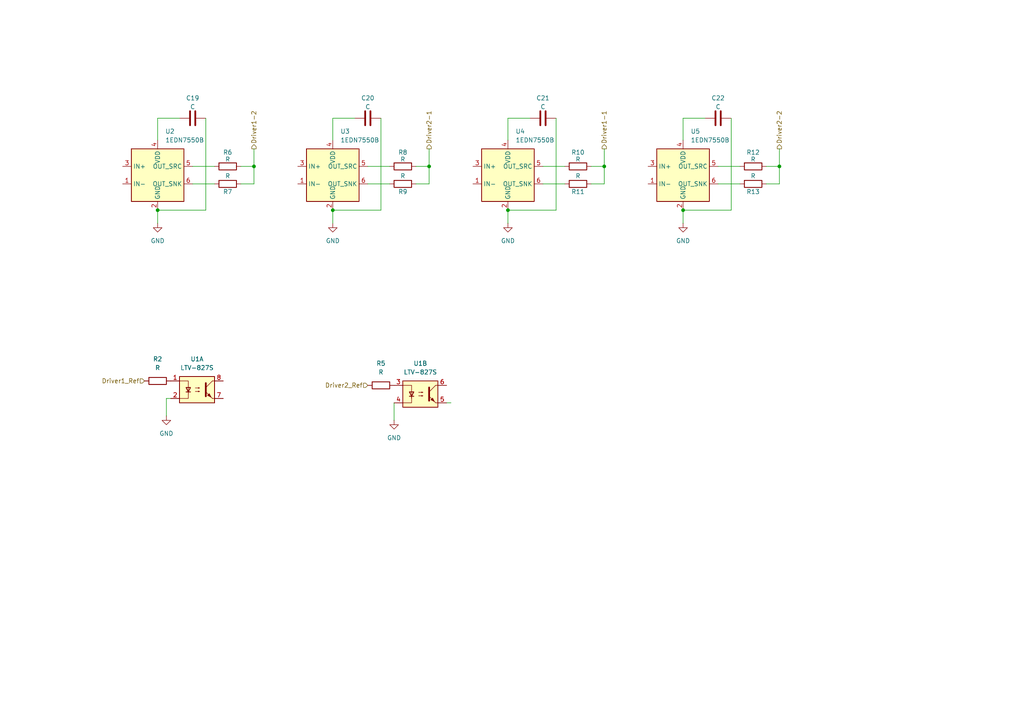
<source format=kicad_sch>
(kicad_sch
	(version 20231120)
	(generator "eeschema")
	(generator_version "8.0")
	(uuid "b338f1ac-387d-4395-9b95-2df78eae29b6")
	(paper "A4")
	(lib_symbols
		(symbol "Device:C"
			(pin_numbers hide)
			(pin_names
				(offset 0.254)
			)
			(exclude_from_sim no)
			(in_bom yes)
			(on_board yes)
			(property "Reference" "C"
				(at 0.635 2.54 0)
				(effects
					(font
						(size 1.27 1.27)
					)
					(justify left)
				)
			)
			(property "Value" "C"
				(at 0.635 -2.54 0)
				(effects
					(font
						(size 1.27 1.27)
					)
					(justify left)
				)
			)
			(property "Footprint" ""
				(at 0.9652 -3.81 0)
				(effects
					(font
						(size 1.27 1.27)
					)
					(hide yes)
				)
			)
			(property "Datasheet" "~"
				(at 0 0 0)
				(effects
					(font
						(size 1.27 1.27)
					)
					(hide yes)
				)
			)
			(property "Description" "Unpolarized capacitor"
				(at 0 0 0)
				(effects
					(font
						(size 1.27 1.27)
					)
					(hide yes)
				)
			)
			(property "ki_keywords" "cap capacitor"
				(at 0 0 0)
				(effects
					(font
						(size 1.27 1.27)
					)
					(hide yes)
				)
			)
			(property "ki_fp_filters" "C_*"
				(at 0 0 0)
				(effects
					(font
						(size 1.27 1.27)
					)
					(hide yes)
				)
			)
			(symbol "C_0_1"
				(polyline
					(pts
						(xy -2.032 -0.762) (xy 2.032 -0.762)
					)
					(stroke
						(width 0.508)
						(type default)
					)
					(fill
						(type none)
					)
				)
				(polyline
					(pts
						(xy -2.032 0.762) (xy 2.032 0.762)
					)
					(stroke
						(width 0.508)
						(type default)
					)
					(fill
						(type none)
					)
				)
			)
			(symbol "C_1_1"
				(pin passive line
					(at 0 3.81 270)
					(length 2.794)
					(name "~"
						(effects
							(font
								(size 1.27 1.27)
							)
						)
					)
					(number "1"
						(effects
							(font
								(size 1.27 1.27)
							)
						)
					)
				)
				(pin passive line
					(at 0 -3.81 90)
					(length 2.794)
					(name "~"
						(effects
							(font
								(size 1.27 1.27)
							)
						)
					)
					(number "2"
						(effects
							(font
								(size 1.27 1.27)
							)
						)
					)
				)
			)
		)
		(symbol "Device:R"
			(pin_numbers hide)
			(pin_names
				(offset 0)
			)
			(exclude_from_sim no)
			(in_bom yes)
			(on_board yes)
			(property "Reference" "R"
				(at 2.032 0 90)
				(effects
					(font
						(size 1.27 1.27)
					)
				)
			)
			(property "Value" "R"
				(at 0 0 90)
				(effects
					(font
						(size 1.27 1.27)
					)
				)
			)
			(property "Footprint" ""
				(at -1.778 0 90)
				(effects
					(font
						(size 1.27 1.27)
					)
					(hide yes)
				)
			)
			(property "Datasheet" "~"
				(at 0 0 0)
				(effects
					(font
						(size 1.27 1.27)
					)
					(hide yes)
				)
			)
			(property "Description" "Resistor"
				(at 0 0 0)
				(effects
					(font
						(size 1.27 1.27)
					)
					(hide yes)
				)
			)
			(property "ki_keywords" "R res resistor"
				(at 0 0 0)
				(effects
					(font
						(size 1.27 1.27)
					)
					(hide yes)
				)
			)
			(property "ki_fp_filters" "R_*"
				(at 0 0 0)
				(effects
					(font
						(size 1.27 1.27)
					)
					(hide yes)
				)
			)
			(symbol "R_0_1"
				(rectangle
					(start -1.016 -2.54)
					(end 1.016 2.54)
					(stroke
						(width 0.254)
						(type default)
					)
					(fill
						(type none)
					)
				)
			)
			(symbol "R_1_1"
				(pin passive line
					(at 0 3.81 270)
					(length 1.27)
					(name "~"
						(effects
							(font
								(size 1.27 1.27)
							)
						)
					)
					(number "1"
						(effects
							(font
								(size 1.27 1.27)
							)
						)
					)
				)
				(pin passive line
					(at 0 -3.81 90)
					(length 1.27)
					(name "~"
						(effects
							(font
								(size 1.27 1.27)
							)
						)
					)
					(number "2"
						(effects
							(font
								(size 1.27 1.27)
							)
						)
					)
				)
			)
		)
		(symbol "Driver_FET:1EDN7550B"
			(exclude_from_sim no)
			(in_bom yes)
			(on_board yes)
			(property "Reference" "U"
				(at -7.62 8.89 0)
				(effects
					(font
						(size 1.27 1.27)
					)
					(justify left)
				)
			)
			(property "Value" "1EDN7550B"
				(at 1.27 8.89 0)
				(effects
					(font
						(size 1.27 1.27)
					)
					(justify left)
				)
			)
			(property "Footprint" "Package_TO_SOT_SMD:SOT-23-6"
				(at 0 0 0)
				(effects
					(font
						(size 1.27 1.27)
					)
					(hide yes)
				)
			)
			(property "Datasheet" "https://www.infineon.com/dgdl/Infineon-1EDN7550B-DS-v02_00-EN.pdf?fileId=5546d46262b31d2e01635d9799ef264f"
				(at 0 -7.62 0)
				(effects
					(font
						(size 1.27 1.27)
					)
					(hide yes)
				)
			)
			(property "Description" "Single-Channel EiceDRIVER With True Differential Inputs, 4V UVLO, +4/-8A, SOT-23-6"
				(at 0 0 0)
				(effects
					(font
						(size 1.27 1.27)
					)
					(hide yes)
				)
			)
			(property "ki_keywords" "Driver, Dual MOSFET"
				(at 0 0 0)
				(effects
					(font
						(size 1.27 1.27)
					)
					(hide yes)
				)
			)
			(property "ki_fp_filters" "SOT?23*"
				(at 0 0 0)
				(effects
					(font
						(size 1.27 1.27)
					)
					(hide yes)
				)
			)
			(symbol "1EDN7550B_0_1"
				(rectangle
					(start -7.62 -7.62)
					(end 7.62 7.62)
					(stroke
						(width 0.254)
						(type default)
					)
					(fill
						(type background)
					)
				)
			)
			(symbol "1EDN7550B_1_1"
				(pin input line
					(at -10.16 -2.54 0)
					(length 2.54)
					(name "IN-"
						(effects
							(font
								(size 1.27 1.27)
							)
						)
					)
					(number "1"
						(effects
							(font
								(size 1.27 1.27)
							)
						)
					)
				)
				(pin power_in line
					(at 0 -10.16 90)
					(length 2.54)
					(name "GND"
						(effects
							(font
								(size 1.27 1.27)
							)
						)
					)
					(number "2"
						(effects
							(font
								(size 1.27 1.27)
							)
						)
					)
				)
				(pin input line
					(at -10.16 2.54 0)
					(length 2.54)
					(name "IN+"
						(effects
							(font
								(size 1.27 1.27)
							)
						)
					)
					(number "3"
						(effects
							(font
								(size 1.27 1.27)
							)
						)
					)
				)
				(pin power_in line
					(at 0 10.16 270)
					(length 2.54)
					(name "VDD"
						(effects
							(font
								(size 1.27 1.27)
							)
						)
					)
					(number "4"
						(effects
							(font
								(size 1.27 1.27)
							)
						)
					)
				)
				(pin output line
					(at 10.16 2.54 180)
					(length 2.54)
					(name "OUT_SRC"
						(effects
							(font
								(size 1.27 1.27)
							)
						)
					)
					(number "5"
						(effects
							(font
								(size 1.27 1.27)
							)
						)
					)
				)
				(pin output line
					(at 10.16 -2.54 180)
					(length 2.54)
					(name "OUT_SNK"
						(effects
							(font
								(size 1.27 1.27)
							)
						)
					)
					(number "6"
						(effects
							(font
								(size 1.27 1.27)
							)
						)
					)
				)
			)
		)
		(symbol "Isolator:LTV-827S"
			(pin_names
				(offset 1.016)
			)
			(exclude_from_sim no)
			(in_bom yes)
			(on_board yes)
			(property "Reference" "U"
				(at -3.81 5.08 0)
				(effects
					(font
						(size 1.27 1.27)
					)
				)
			)
			(property "Value" "LTV-827S"
				(at 0 -5.08 0)
				(effects
					(font
						(size 1.27 1.27)
					)
				)
			)
			(property "Footprint" "Package_DIP:SMDIP-8_W9.53mm"
				(at 0 -7.62 0)
				(effects
					(font
						(size 1.27 1.27)
					)
					(hide yes)
				)
			)
			(property "Datasheet" "http://www.us.liteon.com/downloads/LTV-817-827-847.PDF"
				(at -20.32 13.97 0)
				(effects
					(font
						(size 1.27 1.27)
					)
					(hide yes)
				)
			)
			(property "Description" "DC Optocoupler, Vce 35V, CTR 50%, SMDIP-8"
				(at 0 0 0)
				(effects
					(font
						(size 1.27 1.27)
					)
					(hide yes)
				)
			)
			(property "ki_keywords" "NPN DC Optocoupler"
				(at 0 0 0)
				(effects
					(font
						(size 1.27 1.27)
					)
					(hide yes)
				)
			)
			(property "ki_fp_filters" "SMDIP*W9.53mm*"
				(at 0 0 0)
				(effects
					(font
						(size 1.27 1.27)
					)
					(hide yes)
				)
			)
			(symbol "LTV-827S_0_1"
				(rectangle
					(start -5.08 3.81)
					(end 5.08 -3.81)
					(stroke
						(width 0.254)
						(type default)
					)
					(fill
						(type background)
					)
				)
				(polyline
					(pts
						(xy -3.175 -0.635) (xy -1.905 -0.635)
					)
					(stroke
						(width 0.254)
						(type default)
					)
					(fill
						(type none)
					)
				)
				(polyline
					(pts
						(xy 2.54 0.635) (xy 4.445 2.54)
					)
					(stroke
						(width 0)
						(type default)
					)
					(fill
						(type none)
					)
				)
				(polyline
					(pts
						(xy 4.445 -2.54) (xy 2.54 -0.635)
					)
					(stroke
						(width 0)
						(type default)
					)
					(fill
						(type outline)
					)
				)
				(polyline
					(pts
						(xy 4.445 -2.54) (xy 5.08 -2.54)
					)
					(stroke
						(width 0)
						(type default)
					)
					(fill
						(type none)
					)
				)
				(polyline
					(pts
						(xy 4.445 2.54) (xy 5.08 2.54)
					)
					(stroke
						(width 0)
						(type default)
					)
					(fill
						(type none)
					)
				)
				(polyline
					(pts
						(xy -2.54 -0.635) (xy -2.54 -2.54) (xy -5.08 -2.54)
					)
					(stroke
						(width 0)
						(type default)
					)
					(fill
						(type none)
					)
				)
				(polyline
					(pts
						(xy 2.54 1.905) (xy 2.54 -1.905) (xy 2.54 -1.905)
					)
					(stroke
						(width 0.508)
						(type default)
					)
					(fill
						(type none)
					)
				)
				(polyline
					(pts
						(xy -5.08 2.54) (xy -2.54 2.54) (xy -2.54 -1.27) (xy -2.54 0.635)
					)
					(stroke
						(width 0)
						(type default)
					)
					(fill
						(type none)
					)
				)
				(polyline
					(pts
						(xy -2.54 -0.635) (xy -3.175 0.635) (xy -1.905 0.635) (xy -2.54 -0.635)
					)
					(stroke
						(width 0.254)
						(type default)
					)
					(fill
						(type none)
					)
				)
				(polyline
					(pts
						(xy -0.508 -0.508) (xy 0.762 -0.508) (xy 0.381 -0.635) (xy 0.381 -0.381) (xy 0.762 -0.508)
					)
					(stroke
						(width 0)
						(type default)
					)
					(fill
						(type none)
					)
				)
				(polyline
					(pts
						(xy -0.508 0.508) (xy 0.762 0.508) (xy 0.381 0.381) (xy 0.381 0.635) (xy 0.762 0.508)
					)
					(stroke
						(width 0)
						(type default)
					)
					(fill
						(type none)
					)
				)
				(polyline
					(pts
						(xy 3.048 -1.651) (xy 3.556 -1.143) (xy 4.064 -2.159) (xy 3.048 -1.651) (xy 3.048 -1.651)
					)
					(stroke
						(width 0)
						(type default)
					)
					(fill
						(type outline)
					)
				)
			)
			(symbol "LTV-827S_1_1"
				(pin passive line
					(at -7.62 2.54 0)
					(length 2.54)
					(name "~"
						(effects
							(font
								(size 1.27 1.27)
							)
						)
					)
					(number "1"
						(effects
							(font
								(size 1.27 1.27)
							)
						)
					)
				)
				(pin passive line
					(at -7.62 -2.54 0)
					(length 2.54)
					(name "~"
						(effects
							(font
								(size 1.27 1.27)
							)
						)
					)
					(number "2"
						(effects
							(font
								(size 1.27 1.27)
							)
						)
					)
				)
				(pin passive line
					(at 7.62 -2.54 180)
					(length 2.54)
					(name "~"
						(effects
							(font
								(size 1.27 1.27)
							)
						)
					)
					(number "7"
						(effects
							(font
								(size 1.27 1.27)
							)
						)
					)
				)
				(pin passive line
					(at 7.62 2.54 180)
					(length 2.54)
					(name "~"
						(effects
							(font
								(size 1.27 1.27)
							)
						)
					)
					(number "8"
						(effects
							(font
								(size 1.27 1.27)
							)
						)
					)
				)
			)
			(symbol "LTV-827S_2_1"
				(pin passive line
					(at -7.62 2.54 0)
					(length 2.54)
					(name "~"
						(effects
							(font
								(size 1.27 1.27)
							)
						)
					)
					(number "3"
						(effects
							(font
								(size 1.27 1.27)
							)
						)
					)
				)
				(pin passive line
					(at -7.62 -2.54 0)
					(length 2.54)
					(name "~"
						(effects
							(font
								(size 1.27 1.27)
							)
						)
					)
					(number "4"
						(effects
							(font
								(size 1.27 1.27)
							)
						)
					)
				)
				(pin passive line
					(at 7.62 -2.54 180)
					(length 2.54)
					(name "~"
						(effects
							(font
								(size 1.27 1.27)
							)
						)
					)
					(number "5"
						(effects
							(font
								(size 1.27 1.27)
							)
						)
					)
				)
				(pin passive line
					(at 7.62 2.54 180)
					(length 2.54)
					(name "~"
						(effects
							(font
								(size 1.27 1.27)
							)
						)
					)
					(number "6"
						(effects
							(font
								(size 1.27 1.27)
							)
						)
					)
				)
			)
		)
		(symbol "power:GND"
			(power)
			(pin_numbers hide)
			(pin_names
				(offset 0) hide)
			(exclude_from_sim no)
			(in_bom yes)
			(on_board yes)
			(property "Reference" "#PWR"
				(at 0 -6.35 0)
				(effects
					(font
						(size 1.27 1.27)
					)
					(hide yes)
				)
			)
			(property "Value" "GND"
				(at 0 -3.81 0)
				(effects
					(font
						(size 1.27 1.27)
					)
				)
			)
			(property "Footprint" ""
				(at 0 0 0)
				(effects
					(font
						(size 1.27 1.27)
					)
					(hide yes)
				)
			)
			(property "Datasheet" ""
				(at 0 0 0)
				(effects
					(font
						(size 1.27 1.27)
					)
					(hide yes)
				)
			)
			(property "Description" "Power symbol creates a global label with name \"GND\" , ground"
				(at 0 0 0)
				(effects
					(font
						(size 1.27 1.27)
					)
					(hide yes)
				)
			)
			(property "ki_keywords" "global power"
				(at 0 0 0)
				(effects
					(font
						(size 1.27 1.27)
					)
					(hide yes)
				)
			)
			(symbol "GND_0_1"
				(polyline
					(pts
						(xy 0 0) (xy 0 -1.27) (xy 1.27 -1.27) (xy 0 -2.54) (xy -1.27 -1.27) (xy 0 -1.27)
					)
					(stroke
						(width 0)
						(type default)
					)
					(fill
						(type none)
					)
				)
			)
			(symbol "GND_1_1"
				(pin power_in line
					(at 0 0 270)
					(length 0)
					(name "~"
						(effects
							(font
								(size 1.27 1.27)
							)
						)
					)
					(number "1"
						(effects
							(font
								(size 1.27 1.27)
							)
						)
					)
				)
			)
		)
	)
	(junction
		(at 45.72 60.96)
		(diameter 0)
		(color 0 0 0 0)
		(uuid "3a136805-7b1d-4d46-9bb3-fcd8d46eabbf")
	)
	(junction
		(at 147.32 60.96)
		(diameter 0)
		(color 0 0 0 0)
		(uuid "62cc60b2-616d-47f6-a022-4776033e0eef")
	)
	(junction
		(at 226.06 48.26)
		(diameter 0)
		(color 0 0 0 0)
		(uuid "63958146-dd36-4c7e-b75f-00089d15f2cc")
	)
	(junction
		(at 198.12 60.96)
		(diameter 0)
		(color 0 0 0 0)
		(uuid "6a23536d-69d6-4631-8064-c8971d30baef")
	)
	(junction
		(at 124.46 48.26)
		(diameter 0)
		(color 0 0 0 0)
		(uuid "92dd1b8c-55fb-4ea7-9eb8-ff23795a77db")
	)
	(junction
		(at 96.52 60.96)
		(diameter 0)
		(color 0 0 0 0)
		(uuid "9347eff0-e31a-4ddf-9f5e-283dc38f17dd")
	)
	(junction
		(at 175.26 48.26)
		(diameter 0)
		(color 0 0 0 0)
		(uuid "cb9f1b77-1dce-427f-be56-bb4de3d061c0")
	)
	(junction
		(at 73.66 48.26)
		(diameter 0)
		(color 0 0 0 0)
		(uuid "f744c2da-4a1c-4111-8b14-646d6ffacc43")
	)
	(wire
		(pts
			(xy 161.29 34.29) (xy 161.29 60.96)
		)
		(stroke
			(width 0)
			(type default)
		)
		(uuid "0697261e-13a4-4500-876c-a7391a6db5cb")
	)
	(wire
		(pts
			(xy 73.66 43.18) (xy 73.66 48.26)
		)
		(stroke
			(width 0)
			(type default)
		)
		(uuid "1077548c-0249-4974-9d0a-48c7f23e4fbd")
	)
	(wire
		(pts
			(xy 45.72 34.29) (xy 52.07 34.29)
		)
		(stroke
			(width 0)
			(type default)
		)
		(uuid "147cba83-8d96-483b-ac29-33cfba3e76de")
	)
	(wire
		(pts
			(xy 106.68 53.34) (xy 113.03 53.34)
		)
		(stroke
			(width 0)
			(type default)
		)
		(uuid "1648971a-d746-4e38-875a-81a4e408790e")
	)
	(wire
		(pts
			(xy 147.32 60.96) (xy 161.29 60.96)
		)
		(stroke
			(width 0)
			(type default)
		)
		(uuid "18ebc2fa-c351-4a2b-b818-4a6056010a49")
	)
	(wire
		(pts
			(xy 222.25 53.34) (xy 226.06 53.34)
		)
		(stroke
			(width 0)
			(type default)
		)
		(uuid "28c1b00f-2c09-4760-a37e-cd2317435b7a")
	)
	(wire
		(pts
			(xy 48.26 115.57) (xy 49.53 115.57)
		)
		(stroke
			(width 0)
			(type default)
		)
		(uuid "2aedf79c-9356-4a77-a108-914cfd813636")
	)
	(wire
		(pts
			(xy 157.48 53.34) (xy 163.83 53.34)
		)
		(stroke
			(width 0)
			(type default)
		)
		(uuid "2eb553c4-907e-4358-97e8-527caab5fab0")
	)
	(wire
		(pts
			(xy 147.32 34.29) (xy 153.67 34.29)
		)
		(stroke
			(width 0)
			(type default)
		)
		(uuid "2efa5a9a-7964-4602-8ac5-4ebc94492fea")
	)
	(wire
		(pts
			(xy 212.09 34.29) (xy 212.09 60.96)
		)
		(stroke
			(width 0)
			(type default)
		)
		(uuid "321b27ae-6ec4-49bd-a12f-10a6148d1155")
	)
	(wire
		(pts
			(xy 96.52 60.96) (xy 96.52 64.77)
		)
		(stroke
			(width 0)
			(type default)
		)
		(uuid "397db19b-de6c-4fc8-bbd8-ee77b935cd31")
	)
	(wire
		(pts
			(xy 69.85 53.34) (xy 73.66 53.34)
		)
		(stroke
			(width 0)
			(type default)
		)
		(uuid "5283d20f-3ff1-469a-a49d-98255eba5c1f")
	)
	(wire
		(pts
			(xy 96.52 40.64) (xy 96.52 34.29)
		)
		(stroke
			(width 0)
			(type default)
		)
		(uuid "57ed9a70-8d50-4af5-a0b3-1bf806eded78")
	)
	(wire
		(pts
			(xy 226.06 53.34) (xy 226.06 48.26)
		)
		(stroke
			(width 0)
			(type default)
		)
		(uuid "59404318-fc5e-4caa-8802-971ba88cbabd")
	)
	(wire
		(pts
			(xy 208.28 53.34) (xy 214.63 53.34)
		)
		(stroke
			(width 0)
			(type default)
		)
		(uuid "6d2795e9-4d7d-411f-852c-e439fca6caa4")
	)
	(wire
		(pts
			(xy 157.48 48.26) (xy 163.83 48.26)
		)
		(stroke
			(width 0)
			(type default)
		)
		(uuid "6db0b731-50f5-42d2-a9ba-6db8c47f4e9a")
	)
	(wire
		(pts
			(xy 106.68 48.26) (xy 113.03 48.26)
		)
		(stroke
			(width 0)
			(type default)
		)
		(uuid "6ef307d4-866d-4762-9462-1bf01a285058")
	)
	(wire
		(pts
			(xy 147.32 40.64) (xy 147.32 34.29)
		)
		(stroke
			(width 0)
			(type default)
		)
		(uuid "759cad32-ec0c-4dde-88da-3d799d4004c1")
	)
	(wire
		(pts
			(xy 130.81 116.84) (xy 129.54 116.84)
		)
		(stroke
			(width 0)
			(type default)
		)
		(uuid "76d4f9be-8e26-416e-9fca-5a9e4446c319")
	)
	(wire
		(pts
			(xy 124.46 53.34) (xy 124.46 48.26)
		)
		(stroke
			(width 0)
			(type default)
		)
		(uuid "7d365491-0c38-404f-b671-590079c7a71a")
	)
	(wire
		(pts
			(xy 175.26 48.26) (xy 171.45 48.26)
		)
		(stroke
			(width 0)
			(type default)
		)
		(uuid "7eeda61b-430f-4ea4-b5a3-a2df07589cc2")
	)
	(wire
		(pts
			(xy 226.06 48.26) (xy 222.25 48.26)
		)
		(stroke
			(width 0)
			(type default)
		)
		(uuid "7f5e49e9-c3b5-425b-a8ae-e873dd8cbec7")
	)
	(wire
		(pts
			(xy 73.66 53.34) (xy 73.66 48.26)
		)
		(stroke
			(width 0)
			(type default)
		)
		(uuid "7fbb452e-35ca-490c-b7d0-e3a1df573f96")
	)
	(wire
		(pts
			(xy 175.26 53.34) (xy 175.26 48.26)
		)
		(stroke
			(width 0)
			(type default)
		)
		(uuid "8aed4d87-1f51-4fc5-b7b1-e165b721da7e")
	)
	(wire
		(pts
			(xy 45.72 40.64) (xy 45.72 34.29)
		)
		(stroke
			(width 0)
			(type default)
		)
		(uuid "8fe5a289-6b95-4ec9-bbfd-66e0dfb234cc")
	)
	(wire
		(pts
			(xy 96.52 34.29) (xy 102.87 34.29)
		)
		(stroke
			(width 0)
			(type default)
		)
		(uuid "9505e8eb-84db-4bdf-9890-a2d26cc32a5e")
	)
	(wire
		(pts
			(xy 198.12 40.64) (xy 198.12 34.29)
		)
		(stroke
			(width 0)
			(type default)
		)
		(uuid "9776ca51-69a0-4b3d-98eb-0f3fed938d01")
	)
	(wire
		(pts
			(xy 96.52 60.96) (xy 110.49 60.96)
		)
		(stroke
			(width 0)
			(type default)
		)
		(uuid "9c9f0947-412c-4f5b-957e-362c27ff4ea9")
	)
	(wire
		(pts
			(xy 124.46 48.26) (xy 120.65 48.26)
		)
		(stroke
			(width 0)
			(type default)
		)
		(uuid "a407a3a2-b8e6-4c10-9368-ed8940d49a31")
	)
	(wire
		(pts
			(xy 114.3 116.84) (xy 114.3 121.92)
		)
		(stroke
			(width 0)
			(type default)
		)
		(uuid "a7fa788c-c2f2-4863-b4b2-d869eb16702c")
	)
	(wire
		(pts
			(xy 171.45 53.34) (xy 175.26 53.34)
		)
		(stroke
			(width 0)
			(type default)
		)
		(uuid "aefe09da-5dec-41d8-ba14-a07d20dd6f50")
	)
	(wire
		(pts
			(xy 198.12 60.96) (xy 198.12 64.77)
		)
		(stroke
			(width 0)
			(type default)
		)
		(uuid "b4b75f6c-2aa7-4740-87ad-5a6114860f83")
	)
	(wire
		(pts
			(xy 175.26 43.18) (xy 175.26 48.26)
		)
		(stroke
			(width 0)
			(type default)
		)
		(uuid "b981fc77-3acb-4af3-8191-748e65baaacd")
	)
	(wire
		(pts
			(xy 147.32 60.96) (xy 147.32 64.77)
		)
		(stroke
			(width 0)
			(type default)
		)
		(uuid "b9a55c51-a368-45cc-a062-8a97339deebe")
	)
	(wire
		(pts
			(xy 226.06 43.18) (xy 226.06 48.26)
		)
		(stroke
			(width 0)
			(type default)
		)
		(uuid "bb14e20e-ec64-4410-947b-2a2604027318")
	)
	(wire
		(pts
			(xy 120.65 53.34) (xy 124.46 53.34)
		)
		(stroke
			(width 0)
			(type default)
		)
		(uuid "bf0e08c9-fc35-48ee-8be7-21eb8570c200")
	)
	(wire
		(pts
			(xy 55.88 48.26) (xy 62.23 48.26)
		)
		(stroke
			(width 0)
			(type default)
		)
		(uuid "c00dbe5f-53b4-4250-8b88-4a9901f401a8")
	)
	(wire
		(pts
			(xy 55.88 53.34) (xy 62.23 53.34)
		)
		(stroke
			(width 0)
			(type default)
		)
		(uuid "c3292911-0835-4f6e-9d60-84e768172417")
	)
	(wire
		(pts
			(xy 48.26 120.65) (xy 48.26 115.57)
		)
		(stroke
			(width 0)
			(type default)
		)
		(uuid "c56cdbf2-24b7-4dcc-a5de-3f1e5316d377")
	)
	(wire
		(pts
			(xy 110.49 34.29) (xy 110.49 60.96)
		)
		(stroke
			(width 0)
			(type default)
		)
		(uuid "d0e67b79-254d-456a-a84f-68e08ec292b5")
	)
	(wire
		(pts
			(xy 198.12 60.96) (xy 212.09 60.96)
		)
		(stroke
			(width 0)
			(type default)
		)
		(uuid "dd481746-dde0-4199-9569-72b0d863eb5f")
	)
	(wire
		(pts
			(xy 45.72 60.96) (xy 59.69 60.96)
		)
		(stroke
			(width 0)
			(type default)
		)
		(uuid "ddcebb1f-34f7-4568-826e-4c3206886904")
	)
	(wire
		(pts
			(xy 73.66 48.26) (xy 69.85 48.26)
		)
		(stroke
			(width 0)
			(type default)
		)
		(uuid "df4c2500-6723-4e0f-981c-51fb4939fb0e")
	)
	(wire
		(pts
			(xy 45.72 60.96) (xy 45.72 64.77)
		)
		(stroke
			(width 0)
			(type default)
		)
		(uuid "e5bb265b-5a3b-4dfa-bfb4-43e2ab19347f")
	)
	(wire
		(pts
			(xy 59.69 34.29) (xy 59.69 60.96)
		)
		(stroke
			(width 0)
			(type default)
		)
		(uuid "e984671b-3aa2-4a59-bb09-58ba13eeb64c")
	)
	(wire
		(pts
			(xy 124.46 43.18) (xy 124.46 48.26)
		)
		(stroke
			(width 0)
			(type default)
		)
		(uuid "ed26b7d3-b161-46e7-9c42-351dcf79a891")
	)
	(wire
		(pts
			(xy 198.12 34.29) (xy 204.47 34.29)
		)
		(stroke
			(width 0)
			(type default)
		)
		(uuid "fb63b580-d81b-43ed-8496-db229ab8b030")
	)
	(wire
		(pts
			(xy 208.28 48.26) (xy 214.63 48.26)
		)
		(stroke
			(width 0)
			(type default)
		)
		(uuid "fddd2c72-662d-4eaf-967c-bc542835a814")
	)
	(hierarchical_label "Driver1-1"
		(shape output)
		(at 175.26 43.18 90)
		(fields_autoplaced yes)
		(effects
			(font
				(size 1.27 1.27)
			)
			(justify left)
		)
		(uuid "0e26ca73-7698-4991-89dc-43215b86a3f9")
	)
	(hierarchical_label "Driver2-2"
		(shape output)
		(at 226.06 43.18 90)
		(fields_autoplaced yes)
		(effects
			(font
				(size 1.27 1.27)
			)
			(justify left)
		)
		(uuid "6da7094b-357c-4d7d-8107-81142c094f68")
	)
	(hierarchical_label "Driver1_Ref"
		(shape input)
		(at 41.91 110.49 180)
		(fields_autoplaced yes)
		(effects
			(font
				(size 1.27 1.27)
			)
			(justify right)
		)
		(uuid "85a84e80-01f7-4052-8202-59f798a15a92")
	)
	(hierarchical_label "Driver2-1"
		(shape output)
		(at 124.46 43.18 90)
		(fields_autoplaced yes)
		(effects
			(font
				(size 1.27 1.27)
			)
			(justify left)
		)
		(uuid "9fcb6191-3fb4-4934-8fbd-abe78fd4b327")
	)
	(hierarchical_label "Driver2_Ref"
		(shape input)
		(at 106.68 111.76 180)
		(fields_autoplaced yes)
		(effects
			(font
				(size 1.27 1.27)
			)
			(justify right)
		)
		(uuid "a77c1ba4-e626-410f-b99d-87ea8f2bf7e3")
	)
	(hierarchical_label "Driver1-2"
		(shape output)
		(at 73.66 43.18 90)
		(fields_autoplaced yes)
		(effects
			(font
				(size 1.27 1.27)
			)
			(justify left)
		)
		(uuid "dee500a8-28be-450d-aa00-46b9a6d48a34")
	)
	(symbol
		(lib_id "Device:C")
		(at 106.68 34.29 90)
		(unit 1)
		(exclude_from_sim no)
		(in_bom yes)
		(on_board yes)
		(dnp no)
		(uuid "0794f12b-376b-4822-ab05-07d8d05486b7")
		(property "Reference" "C20"
			(at 106.68 28.448 90)
			(effects
				(font
					(size 1.27 1.27)
				)
			)
		)
		(property "Value" "C"
			(at 106.68 30.988 90)
			(effects
				(font
					(size 1.27 1.27)
				)
			)
		)
		(property "Footprint" "Capacitor_SMD:C_0201_0603Metric"
			(at 110.49 33.3248 0)
			(effects
				(font
					(size 1.27 1.27)
				)
				(hide yes)
			)
		)
		(property "Datasheet" "~"
			(at 106.68 34.29 0)
			(effects
				(font
					(size 1.27 1.27)
				)
				(hide yes)
			)
		)
		(property "Description" "Unpolarized capacitor"
			(at 106.68 34.29 0)
			(effects
				(font
					(size 1.27 1.27)
				)
				(hide yes)
			)
		)
		(pin "2"
			(uuid "2a769c51-01a6-4ec6-88a9-6abac08c6f7b")
		)
		(pin "1"
			(uuid "d5206cd7-1a5a-47aa-811d-b6163d7b9685")
		)
		(instances
			(project "AutoAnnealer"
				(path "/2e5eefbb-8035-4d3b-93bb-12eb9b3ca2e0/f6ef3cf3-5295-4c53-8ce4-d1a90f3cbd88"
					(reference "C20")
					(unit 1)
				)
			)
		)
	)
	(symbol
		(lib_id "Device:R")
		(at 66.04 53.34 90)
		(unit 1)
		(exclude_from_sim no)
		(in_bom yes)
		(on_board yes)
		(dnp no)
		(uuid "1d62d3b3-300a-4032-a837-58ec47d642f3")
		(property "Reference" "R7"
			(at 66.04 55.626 90)
			(effects
				(font
					(size 1.27 1.27)
				)
			)
		)
		(property "Value" "R"
			(at 66.04 51.054 90)
			(effects
				(font
					(size 1.27 1.27)
				)
			)
		)
		(property "Footprint" "Resistor_SMD:R_0201_0603Metric"
			(at 66.04 55.118 90)
			(effects
				(font
					(size 1.27 1.27)
				)
				(hide yes)
			)
		)
		(property "Datasheet" "~"
			(at 66.04 53.34 0)
			(effects
				(font
					(size 1.27 1.27)
				)
				(hide yes)
			)
		)
		(property "Description" "Resistor"
			(at 66.04 53.34 0)
			(effects
				(font
					(size 1.27 1.27)
				)
				(hide yes)
			)
		)
		(pin "2"
			(uuid "5b097101-6678-45e3-9f6b-1ea49dc9fe5e")
		)
		(pin "1"
			(uuid "0ed72723-797b-41c6-a545-984cc584991d")
		)
		(instances
			(project "AutoAnnealer"
				(path "/2e5eefbb-8035-4d3b-93bb-12eb9b3ca2e0/f6ef3cf3-5295-4c53-8ce4-d1a90f3cbd88"
					(reference "R7")
					(unit 1)
				)
			)
		)
	)
	(symbol
		(lib_id "power:GND")
		(at 45.72 64.77 0)
		(unit 1)
		(exclude_from_sim no)
		(in_bom yes)
		(on_board yes)
		(dnp no)
		(fields_autoplaced yes)
		(uuid "1fbf3482-0f94-4ea9-81b8-dba1e00cf910")
		(property "Reference" "#PWR06"
			(at 45.72 71.12 0)
			(effects
				(font
					(size 1.27 1.27)
				)
				(hide yes)
			)
		)
		(property "Value" "GND"
			(at 45.72 69.85 0)
			(effects
				(font
					(size 1.27 1.27)
				)
			)
		)
		(property "Footprint" ""
			(at 45.72 64.77 0)
			(effects
				(font
					(size 1.27 1.27)
				)
				(hide yes)
			)
		)
		(property "Datasheet" ""
			(at 45.72 64.77 0)
			(effects
				(font
					(size 1.27 1.27)
				)
				(hide yes)
			)
		)
		(property "Description" "Power symbol creates a global label with name \"GND\" , ground"
			(at 45.72 64.77 0)
			(effects
				(font
					(size 1.27 1.27)
				)
				(hide yes)
			)
		)
		(pin "1"
			(uuid "e3f14679-e574-42cd-a4f7-f6ebe259ad89")
		)
		(instances
			(project "AutoAnnealer"
				(path "/2e5eefbb-8035-4d3b-93bb-12eb9b3ca2e0/f6ef3cf3-5295-4c53-8ce4-d1a90f3cbd88"
					(reference "#PWR06")
					(unit 1)
				)
			)
		)
	)
	(symbol
		(lib_id "Device:R")
		(at 218.44 53.34 90)
		(unit 1)
		(exclude_from_sim no)
		(in_bom yes)
		(on_board yes)
		(dnp no)
		(uuid "229f0944-d30e-4b4c-8d7b-f4de854ed428")
		(property "Reference" "R13"
			(at 218.44 55.626 90)
			(effects
				(font
					(size 1.27 1.27)
				)
			)
		)
		(property "Value" "R"
			(at 218.44 51.054 90)
			(effects
				(font
					(size 1.27 1.27)
				)
			)
		)
		(property "Footprint" "Resistor_SMD:R_0201_0603Metric"
			(at 218.44 55.118 90)
			(effects
				(font
					(size 1.27 1.27)
				)
				(hide yes)
			)
		)
		(property "Datasheet" "~"
			(at 218.44 53.34 0)
			(effects
				(font
					(size 1.27 1.27)
				)
				(hide yes)
			)
		)
		(property "Description" "Resistor"
			(at 218.44 53.34 0)
			(effects
				(font
					(size 1.27 1.27)
				)
				(hide yes)
			)
		)
		(pin "2"
			(uuid "4d87602c-10c4-4ee3-8e65-0a39eeee3805")
		)
		(pin "1"
			(uuid "56fdf681-ecda-4593-a2dd-039f393a1dc3")
		)
		(instances
			(project "AutoAnnealer"
				(path "/2e5eefbb-8035-4d3b-93bb-12eb9b3ca2e0/f6ef3cf3-5295-4c53-8ce4-d1a90f3cbd88"
					(reference "R13")
					(unit 1)
				)
			)
		)
	)
	(symbol
		(lib_id "Isolator:LTV-827S")
		(at 57.15 113.03 0)
		(unit 1)
		(exclude_from_sim no)
		(in_bom yes)
		(on_board yes)
		(dnp no)
		(fields_autoplaced yes)
		(uuid "2579b155-79b4-4538-b951-5fd95d1f2749")
		(property "Reference" "U1"
			(at 57.15 104.14 0)
			(effects
				(font
					(size 1.27 1.27)
				)
			)
		)
		(property "Value" "LTV-827S"
			(at 57.15 106.68 0)
			(effects
				(font
					(size 1.27 1.27)
				)
			)
		)
		(property "Footprint" "Package_DIP:SMDIP-8_W9.53mm"
			(at 57.15 120.65 0)
			(effects
				(font
					(size 1.27 1.27)
				)
				(hide yes)
			)
		)
		(property "Datasheet" "http://www.us.liteon.com/downloads/LTV-817-827-847.PDF"
			(at 36.83 99.06 0)
			(effects
				(font
					(size 1.27 1.27)
				)
				(hide yes)
			)
		)
		(property "Description" "DC Optocoupler, Vce 35V, CTR 50%, SMDIP-8"
			(at 57.15 113.03 0)
			(effects
				(font
					(size 1.27 1.27)
				)
				(hide yes)
			)
		)
		(pin "7"
			(uuid "a438b4d0-d2aa-4cb8-95c2-ea46b55beb46")
		)
		(pin "4"
			(uuid "e0896591-4ecb-4da9-ad81-b220204f4dd3")
		)
		(pin "6"
			(uuid "b86e7973-bb35-49d3-b082-f4608793d174")
		)
		(pin "3"
			(uuid "800fdbd3-0e8b-4b4c-8144-75944902ae51")
		)
		(pin "2"
			(uuid "7634fa1c-7f61-4764-8677-0c8eb822879f")
		)
		(pin "8"
			(uuid "4cae27fc-42f7-40d0-be3a-eaabc11615fd")
		)
		(pin "5"
			(uuid "a49b3a78-15bd-4ac1-88a1-71ee8ef56729")
		)
		(pin "1"
			(uuid "fe08fa3f-dd87-4c6a-b43b-d73fef93cca2")
		)
		(instances
			(project ""
				(path "/2e5eefbb-8035-4d3b-93bb-12eb9b3ca2e0/f6ef3cf3-5295-4c53-8ce4-d1a90f3cbd88"
					(reference "U1")
					(unit 1)
				)
			)
		)
	)
	(symbol
		(lib_id "Device:R")
		(at 167.64 48.26 90)
		(unit 1)
		(exclude_from_sim no)
		(in_bom yes)
		(on_board yes)
		(dnp no)
		(uuid "30a4a1d9-c2dc-4f9f-999e-7339f30ea4bd")
		(property "Reference" "R10"
			(at 167.64 44.196 90)
			(effects
				(font
					(size 1.27 1.27)
				)
			)
		)
		(property "Value" "R"
			(at 167.64 46.228 90)
			(effects
				(font
					(size 1.27 1.27)
				)
			)
		)
		(property "Footprint" "Resistor_SMD:R_0201_0603Metric"
			(at 167.64 50.038 90)
			(effects
				(font
					(size 1.27 1.27)
				)
				(hide yes)
			)
		)
		(property "Datasheet" "~"
			(at 167.64 48.26 0)
			(effects
				(font
					(size 1.27 1.27)
				)
				(hide yes)
			)
		)
		(property "Description" "Resistor"
			(at 167.64 48.26 0)
			(effects
				(font
					(size 1.27 1.27)
				)
				(hide yes)
			)
		)
		(pin "2"
			(uuid "17235f79-5c0d-4bf7-ae42-6b13158b8129")
		)
		(pin "1"
			(uuid "3e690d7b-b337-4af4-af42-8fd6cd4a7a43")
		)
		(instances
			(project "AutoAnnealer"
				(path "/2e5eefbb-8035-4d3b-93bb-12eb9b3ca2e0/f6ef3cf3-5295-4c53-8ce4-d1a90f3cbd88"
					(reference "R10")
					(unit 1)
				)
			)
		)
	)
	(symbol
		(lib_id "Driver_FET:1EDN7550B")
		(at 96.52 50.8 0)
		(unit 1)
		(exclude_from_sim no)
		(in_bom yes)
		(on_board yes)
		(dnp no)
		(fields_autoplaced yes)
		(uuid "30d4c19d-161b-453b-baaf-8ed3f1b52eb2")
		(property "Reference" "U3"
			(at 98.7141 38.1 0)
			(effects
				(font
					(size 1.27 1.27)
				)
				(justify left)
			)
		)
		(property "Value" "1EDN7550B"
			(at 98.7141 40.64 0)
			(effects
				(font
					(size 1.27 1.27)
				)
				(justify left)
			)
		)
		(property "Footprint" "Package_TO_SOT_SMD:SOT-23-6"
			(at 96.52 50.8 0)
			(effects
				(font
					(size 1.27 1.27)
				)
				(hide yes)
			)
		)
		(property "Datasheet" "https://www.infineon.com/dgdl/Infineon-1EDN7550B-DS-v02_00-EN.pdf?fileId=5546d46262b31d2e01635d9799ef264f"
			(at 96.52 58.42 0)
			(effects
				(font
					(size 1.27 1.27)
				)
				(hide yes)
			)
		)
		(property "Description" "Single-Channel EiceDRIVER With True Differential Inputs, 4V UVLO, +4/-8A, SOT-23-6"
			(at 96.52 50.8 0)
			(effects
				(font
					(size 1.27 1.27)
				)
				(hide yes)
			)
		)
		(pin "6"
			(uuid "87e34646-d6a7-4798-974a-23851544fabb")
		)
		(pin "5"
			(uuid "1b0ac0aa-736e-4642-9c7c-26d6b40978d2")
		)
		(pin "2"
			(uuid "6fff1533-670a-463e-a176-1fb0e5791eda")
		)
		(pin "1"
			(uuid "dadb2ff6-454c-44b2-9177-4fd2234be268")
		)
		(pin "3"
			(uuid "e45c4404-8476-45d5-baa7-4bbd3bd320e7")
		)
		(pin "4"
			(uuid "46d9e7d1-aeb6-432e-9d16-cdb039f4a3e3")
		)
		(instances
			(project "AutoAnnealer"
				(path "/2e5eefbb-8035-4d3b-93bb-12eb9b3ca2e0/f6ef3cf3-5295-4c53-8ce4-d1a90f3cbd88"
					(reference "U3")
					(unit 1)
				)
			)
		)
	)
	(symbol
		(lib_id "Device:C")
		(at 157.48 34.29 90)
		(unit 1)
		(exclude_from_sim no)
		(in_bom yes)
		(on_board yes)
		(dnp no)
		(uuid "354b61f5-7a18-459a-9e42-332371f1a8a7")
		(property "Reference" "C21"
			(at 157.48 28.448 90)
			(effects
				(font
					(size 1.27 1.27)
				)
			)
		)
		(property "Value" "C"
			(at 157.48 30.988 90)
			(effects
				(font
					(size 1.27 1.27)
				)
			)
		)
		(property "Footprint" "Capacitor_SMD:C_0201_0603Metric"
			(at 161.29 33.3248 0)
			(effects
				(font
					(size 1.27 1.27)
				)
				(hide yes)
			)
		)
		(property "Datasheet" "~"
			(at 157.48 34.29 0)
			(effects
				(font
					(size 1.27 1.27)
				)
				(hide yes)
			)
		)
		(property "Description" "Unpolarized capacitor"
			(at 157.48 34.29 0)
			(effects
				(font
					(size 1.27 1.27)
				)
				(hide yes)
			)
		)
		(pin "2"
			(uuid "b4cbbb8f-fece-4d8a-99e5-da95cfa091dc")
		)
		(pin "1"
			(uuid "f63183ba-a485-4b01-8ea5-74c32fe4f923")
		)
		(instances
			(project "AutoAnnealer"
				(path "/2e5eefbb-8035-4d3b-93bb-12eb9b3ca2e0/f6ef3cf3-5295-4c53-8ce4-d1a90f3cbd88"
					(reference "C21")
					(unit 1)
				)
			)
		)
	)
	(symbol
		(lib_id "power:GND")
		(at 147.32 64.77 0)
		(unit 1)
		(exclude_from_sim no)
		(in_bom yes)
		(on_board yes)
		(dnp no)
		(fields_autoplaced yes)
		(uuid "429266ec-b8e2-44b7-8f28-94ab911e0143")
		(property "Reference" "#PWR09"
			(at 147.32 71.12 0)
			(effects
				(font
					(size 1.27 1.27)
				)
				(hide yes)
			)
		)
		(property "Value" "GND"
			(at 147.32 69.85 0)
			(effects
				(font
					(size 1.27 1.27)
				)
			)
		)
		(property "Footprint" ""
			(at 147.32 64.77 0)
			(effects
				(font
					(size 1.27 1.27)
				)
				(hide yes)
			)
		)
		(property "Datasheet" ""
			(at 147.32 64.77 0)
			(effects
				(font
					(size 1.27 1.27)
				)
				(hide yes)
			)
		)
		(property "Description" "Power symbol creates a global label with name \"GND\" , ground"
			(at 147.32 64.77 0)
			(effects
				(font
					(size 1.27 1.27)
				)
				(hide yes)
			)
		)
		(pin "1"
			(uuid "40a9b011-1e44-40cc-91c0-74bb8c75d4b3")
		)
		(instances
			(project "AutoAnnealer"
				(path "/2e5eefbb-8035-4d3b-93bb-12eb9b3ca2e0/f6ef3cf3-5295-4c53-8ce4-d1a90f3cbd88"
					(reference "#PWR09")
					(unit 1)
				)
			)
		)
	)
	(symbol
		(lib_id "Device:R")
		(at 116.84 48.26 90)
		(unit 1)
		(exclude_from_sim no)
		(in_bom yes)
		(on_board yes)
		(dnp no)
		(uuid "44df39bd-80da-4b8d-9694-0aaae8680c2b")
		(property "Reference" "R8"
			(at 116.84 44.196 90)
			(effects
				(font
					(size 1.27 1.27)
				)
			)
		)
		(property "Value" "R"
			(at 116.84 46.228 90)
			(effects
				(font
					(size 1.27 1.27)
				)
			)
		)
		(property "Footprint" "Resistor_SMD:R_0201_0603Metric"
			(at 116.84 50.038 90)
			(effects
				(font
					(size 1.27 1.27)
				)
				(hide yes)
			)
		)
		(property "Datasheet" "~"
			(at 116.84 48.26 0)
			(effects
				(font
					(size 1.27 1.27)
				)
				(hide yes)
			)
		)
		(property "Description" "Resistor"
			(at 116.84 48.26 0)
			(effects
				(font
					(size 1.27 1.27)
				)
				(hide yes)
			)
		)
		(pin "2"
			(uuid "c73ecb26-8500-44aa-89b2-9560d3607424")
		)
		(pin "1"
			(uuid "d7b5ce55-69fc-410f-8124-80759dcc6da6")
		)
		(instances
			(project "AutoAnnealer"
				(path "/2e5eefbb-8035-4d3b-93bb-12eb9b3ca2e0/f6ef3cf3-5295-4c53-8ce4-d1a90f3cbd88"
					(reference "R8")
					(unit 1)
				)
			)
		)
	)
	(symbol
		(lib_id "Device:R")
		(at 66.04 48.26 90)
		(unit 1)
		(exclude_from_sim no)
		(in_bom yes)
		(on_board yes)
		(dnp no)
		(uuid "4b581c31-ac14-4fc8-ae80-4eb4ef6e9d0b")
		(property "Reference" "R6"
			(at 66.04 44.196 90)
			(effects
				(font
					(size 1.27 1.27)
				)
			)
		)
		(property "Value" "R"
			(at 66.04 46.228 90)
			(effects
				(font
					(size 1.27 1.27)
				)
			)
		)
		(property "Footprint" "Resistor_SMD:R_0201_0603Metric"
			(at 66.04 50.038 90)
			(effects
				(font
					(size 1.27 1.27)
				)
				(hide yes)
			)
		)
		(property "Datasheet" "~"
			(at 66.04 48.26 0)
			(effects
				(font
					(size 1.27 1.27)
				)
				(hide yes)
			)
		)
		(property "Description" "Resistor"
			(at 66.04 48.26 0)
			(effects
				(font
					(size 1.27 1.27)
				)
				(hide yes)
			)
		)
		(pin "2"
			(uuid "2dc88b58-0e51-4119-8372-63869ac224bc")
		)
		(pin "1"
			(uuid "c423c0ce-d05d-41a0-a041-aa9215cbb392")
		)
		(instances
			(project ""
				(path "/2e5eefbb-8035-4d3b-93bb-12eb9b3ca2e0/f6ef3cf3-5295-4c53-8ce4-d1a90f3cbd88"
					(reference "R6")
					(unit 1)
				)
			)
		)
	)
	(symbol
		(lib_id "Device:R")
		(at 45.72 110.49 90)
		(unit 1)
		(exclude_from_sim no)
		(in_bom yes)
		(on_board yes)
		(dnp no)
		(fields_autoplaced yes)
		(uuid "59679eff-9b57-4175-a9d2-82eb99447e28")
		(property "Reference" "R2"
			(at 45.72 104.14 90)
			(effects
				(font
					(size 1.27 1.27)
				)
			)
		)
		(property "Value" "R"
			(at 45.72 106.68 90)
			(effects
				(font
					(size 1.27 1.27)
				)
			)
		)
		(property "Footprint" "Resistor_SMD:R_0402_1005Metric"
			(at 45.72 112.268 90)
			(effects
				(font
					(size 1.27 1.27)
				)
				(hide yes)
			)
		)
		(property "Datasheet" "~"
			(at 45.72 110.49 0)
			(effects
				(font
					(size 1.27 1.27)
				)
				(hide yes)
			)
		)
		(property "Description" "Resistor"
			(at 45.72 110.49 0)
			(effects
				(font
					(size 1.27 1.27)
				)
				(hide yes)
			)
		)
		(pin "1"
			(uuid "13208888-a1c8-4afa-b384-28b27a9b9a93")
		)
		(pin "2"
			(uuid "33743c7a-5c13-4770-a30c-c4e09b4bc891")
		)
		(instances
			(project ""
				(path "/2e5eefbb-8035-4d3b-93bb-12eb9b3ca2e0/f6ef3cf3-5295-4c53-8ce4-d1a90f3cbd88"
					(reference "R2")
					(unit 1)
				)
			)
		)
	)
	(symbol
		(lib_id "power:GND")
		(at 96.52 64.77 0)
		(unit 1)
		(exclude_from_sim no)
		(in_bom yes)
		(on_board yes)
		(dnp no)
		(fields_autoplaced yes)
		(uuid "69a95485-c67c-4dbc-9174-df23f7edf700")
		(property "Reference" "#PWR08"
			(at 96.52 71.12 0)
			(effects
				(font
					(size 1.27 1.27)
				)
				(hide yes)
			)
		)
		(property "Value" "GND"
			(at 96.52 69.85 0)
			(effects
				(font
					(size 1.27 1.27)
				)
			)
		)
		(property "Footprint" ""
			(at 96.52 64.77 0)
			(effects
				(font
					(size 1.27 1.27)
				)
				(hide yes)
			)
		)
		(property "Datasheet" ""
			(at 96.52 64.77 0)
			(effects
				(font
					(size 1.27 1.27)
				)
				(hide yes)
			)
		)
		(property "Description" "Power symbol creates a global label with name \"GND\" , ground"
			(at 96.52 64.77 0)
			(effects
				(font
					(size 1.27 1.27)
				)
				(hide yes)
			)
		)
		(pin "1"
			(uuid "4f6fb732-1eb9-4ace-be54-4d9b0823caff")
		)
		(instances
			(project "AutoAnnealer"
				(path "/2e5eefbb-8035-4d3b-93bb-12eb9b3ca2e0/f6ef3cf3-5295-4c53-8ce4-d1a90f3cbd88"
					(reference "#PWR08")
					(unit 1)
				)
			)
		)
	)
	(symbol
		(lib_id "Isolator:LTV-827S")
		(at 121.92 114.3 0)
		(unit 2)
		(exclude_from_sim no)
		(in_bom yes)
		(on_board yes)
		(dnp no)
		(fields_autoplaced yes)
		(uuid "764427dd-eb39-463f-8ab6-de03eb956ec1")
		(property "Reference" "U1"
			(at 121.92 105.41 0)
			(effects
				(font
					(size 1.27 1.27)
				)
			)
		)
		(property "Value" "LTV-827S"
			(at 121.92 107.95 0)
			(effects
				(font
					(size 1.27 1.27)
				)
			)
		)
		(property "Footprint" "Package_DIP:SMDIP-8_W9.53mm"
			(at 121.92 121.92 0)
			(effects
				(font
					(size 1.27 1.27)
				)
				(hide yes)
			)
		)
		(property "Datasheet" "http://www.us.liteon.com/downloads/LTV-817-827-847.PDF"
			(at 101.6 100.33 0)
			(effects
				(font
					(size 1.27 1.27)
				)
				(hide yes)
			)
		)
		(property "Description" "DC Optocoupler, Vce 35V, CTR 50%, SMDIP-8"
			(at 121.92 114.3 0)
			(effects
				(font
					(size 1.27 1.27)
				)
				(hide yes)
			)
		)
		(pin "7"
			(uuid "a438b4d0-d2aa-4cb8-95c2-ea46b55beb47")
		)
		(pin "4"
			(uuid "e0896591-4ecb-4da9-ad81-b220204f4dd4")
		)
		(pin "6"
			(uuid "b86e7973-bb35-49d3-b082-f4608793d175")
		)
		(pin "3"
			(uuid "800fdbd3-0e8b-4b4c-8144-75944902ae52")
		)
		(pin "2"
			(uuid "7634fa1c-7f61-4764-8677-0c8eb82287a0")
		)
		(pin "8"
			(uuid "4cae27fc-42f7-40d0-be3a-eaabc11615fe")
		)
		(pin "5"
			(uuid "a49b3a78-15bd-4ac1-88a1-71ee8ef5672a")
		)
		(pin "1"
			(uuid "fe08fa3f-dd87-4c6a-b43b-d73fef93cca3")
		)
		(instances
			(project ""
				(path "/2e5eefbb-8035-4d3b-93bb-12eb9b3ca2e0/f6ef3cf3-5295-4c53-8ce4-d1a90f3cbd88"
					(reference "U1")
					(unit 2)
				)
			)
		)
	)
	(symbol
		(lib_id "Device:R")
		(at 110.49 111.76 90)
		(unit 1)
		(exclude_from_sim no)
		(in_bom yes)
		(on_board yes)
		(dnp no)
		(fields_autoplaced yes)
		(uuid "7e866464-c541-410c-85fa-7f0eb8232f90")
		(property "Reference" "R5"
			(at 110.49 105.41 90)
			(effects
				(font
					(size 1.27 1.27)
				)
			)
		)
		(property "Value" "R"
			(at 110.49 107.95 90)
			(effects
				(font
					(size 1.27 1.27)
				)
			)
		)
		(property "Footprint" "Resistor_SMD:R_0402_1005Metric"
			(at 110.49 113.538 90)
			(effects
				(font
					(size 1.27 1.27)
				)
				(hide yes)
			)
		)
		(property "Datasheet" "~"
			(at 110.49 111.76 0)
			(effects
				(font
					(size 1.27 1.27)
				)
				(hide yes)
			)
		)
		(property "Description" "Resistor"
			(at 110.49 111.76 0)
			(effects
				(font
					(size 1.27 1.27)
				)
				(hide yes)
			)
		)
		(pin "1"
			(uuid "290faa53-a439-46b1-b299-8ea3808dcfdc")
		)
		(pin "2"
			(uuid "0e4d7867-4d05-48d5-81f7-a7ba71a86c05")
		)
		(instances
			(project "AutoAnnealer"
				(path "/2e5eefbb-8035-4d3b-93bb-12eb9b3ca2e0/f6ef3cf3-5295-4c53-8ce4-d1a90f3cbd88"
					(reference "R5")
					(unit 1)
				)
			)
		)
	)
	(symbol
		(lib_id "Device:C")
		(at 55.88 34.29 90)
		(unit 1)
		(exclude_from_sim no)
		(in_bom yes)
		(on_board yes)
		(dnp no)
		(uuid "952a0b20-0816-43b5-b1c1-2a3c0b89fddf")
		(property "Reference" "C19"
			(at 55.88 28.448 90)
			(effects
				(font
					(size 1.27 1.27)
				)
			)
		)
		(property "Value" "C"
			(at 55.88 30.988 90)
			(effects
				(font
					(size 1.27 1.27)
				)
			)
		)
		(property "Footprint" "Capacitor_SMD:C_0201_0603Metric"
			(at 59.69 33.3248 0)
			(effects
				(font
					(size 1.27 1.27)
				)
				(hide yes)
			)
		)
		(property "Datasheet" "~"
			(at 55.88 34.29 0)
			(effects
				(font
					(size 1.27 1.27)
				)
				(hide yes)
			)
		)
		(property "Description" "Unpolarized capacitor"
			(at 55.88 34.29 0)
			(effects
				(font
					(size 1.27 1.27)
				)
				(hide yes)
			)
		)
		(pin "2"
			(uuid "7d7883f9-73ad-4a63-bcf6-4149a6a5fd3e")
		)
		(pin "1"
			(uuid "7775bc88-78d7-4b2c-af63-c0110cc6b842")
		)
		(instances
			(project ""
				(path "/2e5eefbb-8035-4d3b-93bb-12eb9b3ca2e0/f6ef3cf3-5295-4c53-8ce4-d1a90f3cbd88"
					(reference "C19")
					(unit 1)
				)
			)
		)
	)
	(symbol
		(lib_id "power:GND")
		(at 198.12 64.77 0)
		(unit 1)
		(exclude_from_sim no)
		(in_bom yes)
		(on_board yes)
		(dnp no)
		(fields_autoplaced yes)
		(uuid "9ea62b56-cc7d-41c5-bc8d-e1edf8b2f0c0")
		(property "Reference" "#PWR010"
			(at 198.12 71.12 0)
			(effects
				(font
					(size 1.27 1.27)
				)
				(hide yes)
			)
		)
		(property "Value" "GND"
			(at 198.12 69.85 0)
			(effects
				(font
					(size 1.27 1.27)
				)
			)
		)
		(property "Footprint" ""
			(at 198.12 64.77 0)
			(effects
				(font
					(size 1.27 1.27)
				)
				(hide yes)
			)
		)
		(property "Datasheet" ""
			(at 198.12 64.77 0)
			(effects
				(font
					(size 1.27 1.27)
				)
				(hide yes)
			)
		)
		(property "Description" "Power symbol creates a global label with name \"GND\" , ground"
			(at 198.12 64.77 0)
			(effects
				(font
					(size 1.27 1.27)
				)
				(hide yes)
			)
		)
		(pin "1"
			(uuid "35623557-7f28-46c5-9466-7c8f1775afdf")
		)
		(instances
			(project "AutoAnnealer"
				(path "/2e5eefbb-8035-4d3b-93bb-12eb9b3ca2e0/f6ef3cf3-5295-4c53-8ce4-d1a90f3cbd88"
					(reference "#PWR010")
					(unit 1)
				)
			)
		)
	)
	(symbol
		(lib_id "Driver_FET:1EDN7550B")
		(at 147.32 50.8 0)
		(unit 1)
		(exclude_from_sim no)
		(in_bom yes)
		(on_board yes)
		(dnp no)
		(fields_autoplaced yes)
		(uuid "a8c245b2-1e60-48b7-a393-3913fc605e38")
		(property "Reference" "U4"
			(at 149.5141 38.1 0)
			(effects
				(font
					(size 1.27 1.27)
				)
				(justify left)
			)
		)
		(property "Value" "1EDN7550B"
			(at 149.5141 40.64 0)
			(effects
				(font
					(size 1.27 1.27)
				)
				(justify left)
			)
		)
		(property "Footprint" "Package_TO_SOT_SMD:SOT-23-6"
			(at 147.32 50.8 0)
			(effects
				(font
					(size 1.27 1.27)
				)
				(hide yes)
			)
		)
		(property "Datasheet" "https://www.infineon.com/dgdl/Infineon-1EDN7550B-DS-v02_00-EN.pdf?fileId=5546d46262b31d2e01635d9799ef264f"
			(at 147.32 58.42 0)
			(effects
				(font
					(size 1.27 1.27)
				)
				(hide yes)
			)
		)
		(property "Description" "Single-Channel EiceDRIVER With True Differential Inputs, 4V UVLO, +4/-8A, SOT-23-6"
			(at 147.32 50.8 0)
			(effects
				(font
					(size 1.27 1.27)
				)
				(hide yes)
			)
		)
		(pin "6"
			(uuid "4ad0d2f2-4eb5-47cf-9ae5-b4df8ddbd444")
		)
		(pin "5"
			(uuid "c1c7f7ed-a415-4e77-8eef-1d650225bf60")
		)
		(pin "2"
			(uuid "f797982d-9521-40d1-80f5-249de450ce04")
		)
		(pin "1"
			(uuid "cf00991d-0017-42e5-984d-fec2f49167ec")
		)
		(pin "3"
			(uuid "bc5aac82-afaf-44a9-bdf1-382627bc00dd")
		)
		(pin "4"
			(uuid "2cff3a89-4022-469d-a590-d594e0556859")
		)
		(instances
			(project "AutoAnnealer"
				(path "/2e5eefbb-8035-4d3b-93bb-12eb9b3ca2e0/f6ef3cf3-5295-4c53-8ce4-d1a90f3cbd88"
					(reference "U4")
					(unit 1)
				)
			)
		)
	)
	(symbol
		(lib_id "Device:C")
		(at 208.28 34.29 90)
		(unit 1)
		(exclude_from_sim no)
		(in_bom yes)
		(on_board yes)
		(dnp no)
		(uuid "ab91f12d-8064-49e0-93c4-dcf7e691b9fb")
		(property "Reference" "C22"
			(at 208.28 28.448 90)
			(effects
				(font
					(size 1.27 1.27)
				)
			)
		)
		(property "Value" "C"
			(at 208.28 30.988 90)
			(effects
				(font
					(size 1.27 1.27)
				)
			)
		)
		(property "Footprint" "Capacitor_SMD:C_0201_0603Metric"
			(at 212.09 33.3248 0)
			(effects
				(font
					(size 1.27 1.27)
				)
				(hide yes)
			)
		)
		(property "Datasheet" "~"
			(at 208.28 34.29 0)
			(effects
				(font
					(size 1.27 1.27)
				)
				(hide yes)
			)
		)
		(property "Description" "Unpolarized capacitor"
			(at 208.28 34.29 0)
			(effects
				(font
					(size 1.27 1.27)
				)
				(hide yes)
			)
		)
		(pin "2"
			(uuid "ed4fd186-dc83-408a-bd9f-f599a1836ebe")
		)
		(pin "1"
			(uuid "2ac3d69e-7898-4e9f-95e1-310c7ce8c37e")
		)
		(instances
			(project "AutoAnnealer"
				(path "/2e5eefbb-8035-4d3b-93bb-12eb9b3ca2e0/f6ef3cf3-5295-4c53-8ce4-d1a90f3cbd88"
					(reference "C22")
					(unit 1)
				)
			)
		)
	)
	(symbol
		(lib_id "power:GND")
		(at 48.26 120.65 0)
		(unit 1)
		(exclude_from_sim no)
		(in_bom yes)
		(on_board yes)
		(dnp no)
		(fields_autoplaced yes)
		(uuid "b4cd752d-9471-44c0-bfb2-d51169a463e0")
		(property "Reference" "#PWR04"
			(at 48.26 127 0)
			(effects
				(font
					(size 1.27 1.27)
				)
				(hide yes)
			)
		)
		(property "Value" "GND"
			(at 48.26 125.73 0)
			(effects
				(font
					(size 1.27 1.27)
				)
			)
		)
		(property "Footprint" ""
			(at 48.26 120.65 0)
			(effects
				(font
					(size 1.27 1.27)
				)
				(hide yes)
			)
		)
		(property "Datasheet" ""
			(at 48.26 120.65 0)
			(effects
				(font
					(size 1.27 1.27)
				)
				(hide yes)
			)
		)
		(property "Description" "Power symbol creates a global label with name \"GND\" , ground"
			(at 48.26 120.65 0)
			(effects
				(font
					(size 1.27 1.27)
				)
				(hide yes)
			)
		)
		(pin "1"
			(uuid "82ffdb36-f3e3-47a5-8506-e970ee7e0c67")
		)
		(instances
			(project ""
				(path "/2e5eefbb-8035-4d3b-93bb-12eb9b3ca2e0/f6ef3cf3-5295-4c53-8ce4-d1a90f3cbd88"
					(reference "#PWR04")
					(unit 1)
				)
			)
		)
	)
	(symbol
		(lib_id "power:GND")
		(at 114.3 121.92 0)
		(unit 1)
		(exclude_from_sim no)
		(in_bom yes)
		(on_board yes)
		(dnp no)
		(fields_autoplaced yes)
		(uuid "b97cf439-70bd-4e69-81fc-b4a7092f2ff1")
		(property "Reference" "#PWR05"
			(at 114.3 128.27 0)
			(effects
				(font
					(size 1.27 1.27)
				)
				(hide yes)
			)
		)
		(property "Value" "GND"
			(at 114.3 127 0)
			(effects
				(font
					(size 1.27 1.27)
				)
			)
		)
		(property "Footprint" ""
			(at 114.3 121.92 0)
			(effects
				(font
					(size 1.27 1.27)
				)
				(hide yes)
			)
		)
		(property "Datasheet" ""
			(at 114.3 121.92 0)
			(effects
				(font
					(size 1.27 1.27)
				)
				(hide yes)
			)
		)
		(property "Description" "Power symbol creates a global label with name \"GND\" , ground"
			(at 114.3 121.92 0)
			(effects
				(font
					(size 1.27 1.27)
				)
				(hide yes)
			)
		)
		(pin "1"
			(uuid "00a37aa6-253b-4029-a689-f44530aae9e6")
		)
		(instances
			(project "AutoAnnealer"
				(path "/2e5eefbb-8035-4d3b-93bb-12eb9b3ca2e0/f6ef3cf3-5295-4c53-8ce4-d1a90f3cbd88"
					(reference "#PWR05")
					(unit 1)
				)
			)
		)
	)
	(symbol
		(lib_id "Driver_FET:1EDN7550B")
		(at 45.72 50.8 0)
		(unit 1)
		(exclude_from_sim no)
		(in_bom yes)
		(on_board yes)
		(dnp no)
		(fields_autoplaced yes)
		(uuid "bed4fab4-c615-4ff1-b584-627641cb8ab2")
		(property "Reference" "U2"
			(at 47.9141 38.1 0)
			(effects
				(font
					(size 1.27 1.27)
				)
				(justify left)
			)
		)
		(property "Value" "1EDN7550B"
			(at 47.9141 40.64 0)
			(effects
				(font
					(size 1.27 1.27)
				)
				(justify left)
			)
		)
		(property "Footprint" "Package_TO_SOT_SMD:SOT-23-6"
			(at 45.72 50.8 0)
			(effects
				(font
					(size 1.27 1.27)
				)
				(hide yes)
			)
		)
		(property "Datasheet" "https://www.infineon.com/dgdl/Infineon-1EDN7550B-DS-v02_00-EN.pdf?fileId=5546d46262b31d2e01635d9799ef264f"
			(at 45.72 58.42 0)
			(effects
				(font
					(size 1.27 1.27)
				)
				(hide yes)
			)
		)
		(property "Description" "Single-Channel EiceDRIVER With True Differential Inputs, 4V UVLO, +4/-8A, SOT-23-6"
			(at 45.72 50.8 0)
			(effects
				(font
					(size 1.27 1.27)
				)
				(hide yes)
			)
		)
		(pin "6"
			(uuid "1ca8d575-d3cf-4fcc-96a8-e38719c86045")
		)
		(pin "5"
			(uuid "5f855cce-ca88-4b38-94d2-433c58238c63")
		)
		(pin "2"
			(uuid "04a3a4c1-97f3-4271-88a6-63c6ffc5bdda")
		)
		(pin "1"
			(uuid "92d93337-a040-48e4-a9d8-e7082818d76b")
		)
		(pin "3"
			(uuid "303d93d5-2911-4dc2-a9cc-ac57ab7e409a")
		)
		(pin "4"
			(uuid "cd08e23c-84db-4618-b27e-a0ed761bcc73")
		)
		(instances
			(project ""
				(path "/2e5eefbb-8035-4d3b-93bb-12eb9b3ca2e0/f6ef3cf3-5295-4c53-8ce4-d1a90f3cbd88"
					(reference "U2")
					(unit 1)
				)
			)
		)
	)
	(symbol
		(lib_id "Driver_FET:1EDN7550B")
		(at 198.12 50.8 0)
		(unit 1)
		(exclude_from_sim no)
		(in_bom yes)
		(on_board yes)
		(dnp no)
		(fields_autoplaced yes)
		(uuid "c109f226-ec29-4620-9cdf-b928ddd51d40")
		(property "Reference" "U5"
			(at 200.3141 38.1 0)
			(effects
				(font
					(size 1.27 1.27)
				)
				(justify left)
			)
		)
		(property "Value" "1EDN7550B"
			(at 200.3141 40.64 0)
			(effects
				(font
					(size 1.27 1.27)
				)
				(justify left)
			)
		)
		(property "Footprint" "Package_TO_SOT_SMD:SOT-23-6"
			(at 198.12 50.8 0)
			(effects
				(font
					(size 1.27 1.27)
				)
				(hide yes)
			)
		)
		(property "Datasheet" "https://www.infineon.com/dgdl/Infineon-1EDN7550B-DS-v02_00-EN.pdf?fileId=5546d46262b31d2e01635d9799ef264f"
			(at 198.12 58.42 0)
			(effects
				(font
					(size 1.27 1.27)
				)
				(hide yes)
			)
		)
		(property "Description" "Single-Channel EiceDRIVER With True Differential Inputs, 4V UVLO, +4/-8A, SOT-23-6"
			(at 198.12 50.8 0)
			(effects
				(font
					(size 1.27 1.27)
				)
				(hide yes)
			)
		)
		(pin "6"
			(uuid "fee5ae16-046b-4b0c-a3cc-6031becff1d8")
		)
		(pin "5"
			(uuid "6e29b2ab-c4f0-410f-a8b3-bdd5137df117")
		)
		(pin "2"
			(uuid "8d0d23bf-4aa2-450c-9bb0-1542eceb3157")
		)
		(pin "1"
			(uuid "2a6a1fbe-f389-40fb-a28d-d3a49bf5ae72")
		)
		(pin "3"
			(uuid "afe11bd2-a6b9-4aa5-9934-26463ac8e2b0")
		)
		(pin "4"
			(uuid "0932e99b-d5b9-41f5-ba43-21d17a74015e")
		)
		(instances
			(project "AutoAnnealer"
				(path "/2e5eefbb-8035-4d3b-93bb-12eb9b3ca2e0/f6ef3cf3-5295-4c53-8ce4-d1a90f3cbd88"
					(reference "U5")
					(unit 1)
				)
			)
		)
	)
	(symbol
		(lib_id "Device:R")
		(at 167.64 53.34 90)
		(unit 1)
		(exclude_from_sim no)
		(in_bom yes)
		(on_board yes)
		(dnp no)
		(uuid "d6f1459d-7979-4386-b471-b4c27a7c900d")
		(property "Reference" "R11"
			(at 167.64 55.626 90)
			(effects
				(font
					(size 1.27 1.27)
				)
			)
		)
		(property "Value" "R"
			(at 167.64 51.054 90)
			(effects
				(font
					(size 1.27 1.27)
				)
			)
		)
		(property "Footprint" "Resistor_SMD:R_0201_0603Metric"
			(at 167.64 55.118 90)
			(effects
				(font
					(size 1.27 1.27)
				)
				(hide yes)
			)
		)
		(property "Datasheet" "~"
			(at 167.64 53.34 0)
			(effects
				(font
					(size 1.27 1.27)
				)
				(hide yes)
			)
		)
		(property "Description" "Resistor"
			(at 167.64 53.34 0)
			(effects
				(font
					(size 1.27 1.27)
				)
				(hide yes)
			)
		)
		(pin "2"
			(uuid "54484114-c342-43ce-b384-b222e2cc4a71")
		)
		(pin "1"
			(uuid "ff7c8fb2-a57f-4446-abca-2c62909cd5a6")
		)
		(instances
			(project "AutoAnnealer"
				(path "/2e5eefbb-8035-4d3b-93bb-12eb9b3ca2e0/f6ef3cf3-5295-4c53-8ce4-d1a90f3cbd88"
					(reference "R11")
					(unit 1)
				)
			)
		)
	)
	(symbol
		(lib_id "Device:R")
		(at 116.84 53.34 90)
		(unit 1)
		(exclude_from_sim no)
		(in_bom yes)
		(on_board yes)
		(dnp no)
		(uuid "e0468a5e-ba4b-4742-b29a-555db461d2e6")
		(property "Reference" "R9"
			(at 116.84 55.626 90)
			(effects
				(font
					(size 1.27 1.27)
				)
			)
		)
		(property "Value" "R"
			(at 116.84 51.054 90)
			(effects
				(font
					(size 1.27 1.27)
				)
			)
		)
		(property "Footprint" "Resistor_SMD:R_0201_0603Metric"
			(at 116.84 55.118 90)
			(effects
				(font
					(size 1.27 1.27)
				)
				(hide yes)
			)
		)
		(property "Datasheet" "~"
			(at 116.84 53.34 0)
			(effects
				(font
					(size 1.27 1.27)
				)
				(hide yes)
			)
		)
		(property "Description" "Resistor"
			(at 116.84 53.34 0)
			(effects
				(font
					(size 1.27 1.27)
				)
				(hide yes)
			)
		)
		(pin "2"
			(uuid "d56d5b5a-9594-4299-8c3f-e07896e85eb8")
		)
		(pin "1"
			(uuid "b5bfb5e4-7333-43d8-ae31-be6f5f6924d4")
		)
		(instances
			(project "AutoAnnealer"
				(path "/2e5eefbb-8035-4d3b-93bb-12eb9b3ca2e0/f6ef3cf3-5295-4c53-8ce4-d1a90f3cbd88"
					(reference "R9")
					(unit 1)
				)
			)
		)
	)
	(symbol
		(lib_id "Device:R")
		(at 218.44 48.26 90)
		(unit 1)
		(exclude_from_sim no)
		(in_bom yes)
		(on_board yes)
		(dnp no)
		(uuid "f3ca1a8e-2154-4064-853b-e8ddb43fb01e")
		(property "Reference" "R12"
			(at 218.44 44.196 90)
			(effects
				(font
					(size 1.27 1.27)
				)
			)
		)
		(property "Value" "R"
			(at 218.44 46.228 90)
			(effects
				(font
					(size 1.27 1.27)
				)
			)
		)
		(property "Footprint" "Resistor_SMD:R_0201_0603Metric"
			(at 218.44 50.038 90)
			(effects
				(font
					(size 1.27 1.27)
				)
				(hide yes)
			)
		)
		(property "Datasheet" "~"
			(at 218.44 48.26 0)
			(effects
				(font
					(size 1.27 1.27)
				)
				(hide yes)
			)
		)
		(property "Description" "Resistor"
			(at 218.44 48.26 0)
			(effects
				(font
					(size 1.27 1.27)
				)
				(hide yes)
			)
		)
		(pin "2"
			(uuid "d4357110-6800-44d9-8b14-0aa668c1d56b")
		)
		(pin "1"
			(uuid "f42471f1-a3b3-442d-9f53-504c7c9c580a")
		)
		(instances
			(project "AutoAnnealer"
				(path "/2e5eefbb-8035-4d3b-93bb-12eb9b3ca2e0/f6ef3cf3-5295-4c53-8ce4-d1a90f3cbd88"
					(reference "R12")
					(unit 1)
				)
			)
		)
	)
)

</source>
